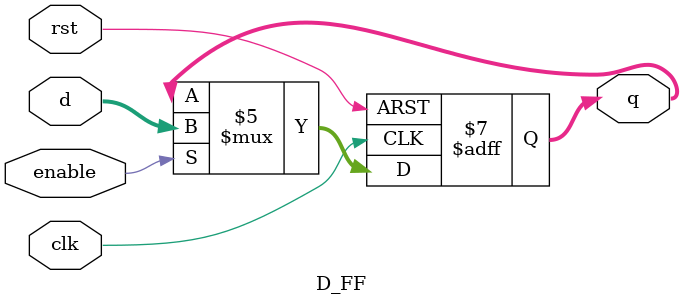
<source format=v>
module D_FF #(
	parameter DATA_WIDTH = 8
	)
    (
        output    reg   [DATA_WIDTH-1:0]    q,
		input     wire  [DATA_WIDTH-1:0]    d,
		input     wire                      clk,
		input     wire                      rst,
		input     wire                      enable
);

    always@(posedge clk or posedge rst)
        begin
            if (rst==1)
                q = 0;
            else if(enable==1)
                q = d;
        end
endmodule

</source>
